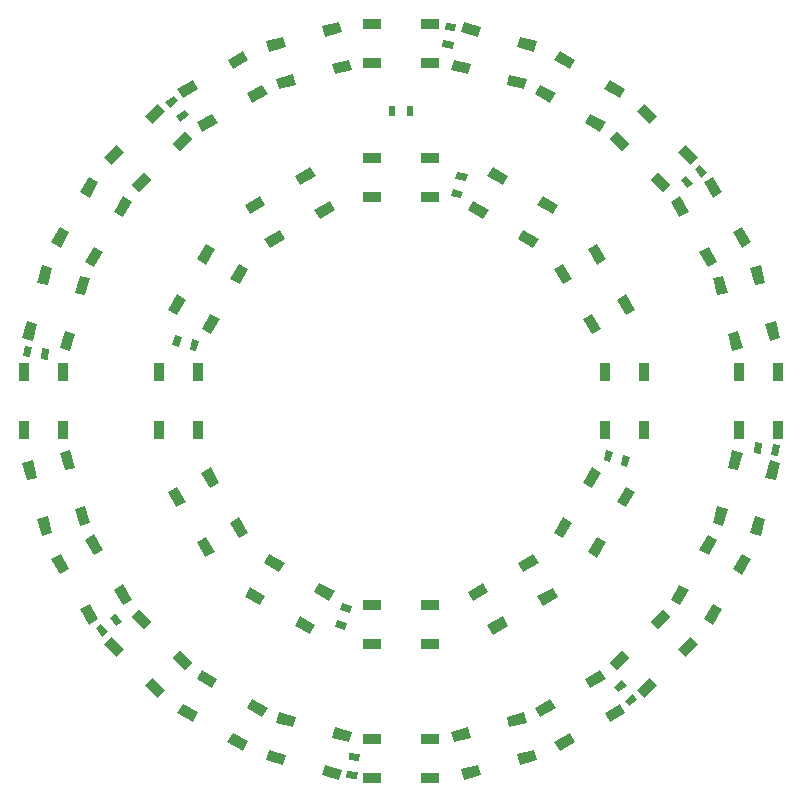
<source format=gbr>
G04 #@! TF.FileFunction,Paste,Bot*
%FSLAX46Y46*%
G04 Gerber Fmt 4.6, Leading zero omitted, Abs format (unit mm)*
G04 Created by KiCad (PCBNEW 4.0.7) date Tuesday, April 03, 2018 'AMt' 10:26:05 AM*
%MOMM*%
%LPD*%
G01*
G04 APERTURE LIST*
%ADD10C,0.100000*%
%ADD11R,0.599440X0.899160*%
%ADD12R,1.498600X0.899160*%
%ADD13R,0.899160X1.498600*%
G04 APERTURE END LIST*
D10*
G36*
X102565585Y-68477052D02*
X103457052Y-68594416D01*
X103378809Y-69188728D01*
X102487342Y-69071364D01*
X102565585Y-68477052D01*
X102565585Y-68477052D01*
G37*
G36*
X102761191Y-66991272D02*
X103652658Y-67108636D01*
X103574415Y-67702948D01*
X102682948Y-67585584D01*
X102761191Y-66991272D01*
X102761191Y-66991272D01*
G37*
G36*
X79937011Y-74900363D02*
X80650363Y-74352989D01*
X81015279Y-74828557D01*
X80301927Y-75375931D01*
X79937011Y-74900363D01*
X79937011Y-74900363D01*
G37*
G36*
X79024721Y-73711443D02*
X79738073Y-73164069D01*
X80102989Y-73639637D01*
X79389637Y-74187011D01*
X79024721Y-73711443D01*
X79024721Y-73711443D01*
G37*
G36*
X68477052Y-95434415D02*
X68594416Y-94542948D01*
X69188728Y-94621191D01*
X69071364Y-95512658D01*
X68477052Y-95434415D01*
X68477052Y-95434415D01*
G37*
G36*
X66991272Y-95238809D02*
X67108636Y-94347342D01*
X67702948Y-94425585D01*
X67585584Y-95317052D01*
X66991272Y-95238809D01*
X66991272Y-95238809D01*
G37*
G36*
X74870363Y-118062989D02*
X74322989Y-117349637D01*
X74798557Y-116984721D01*
X75345931Y-117698073D01*
X74870363Y-118062989D01*
X74870363Y-118062989D01*
G37*
G36*
X73681443Y-118975279D02*
X73134069Y-118261927D01*
X73609637Y-117897011D01*
X74157011Y-118610363D01*
X73681443Y-118975279D01*
X73681443Y-118975279D01*
G37*
G36*
X95424415Y-129532948D02*
X94532948Y-129415584D01*
X94611191Y-128821272D01*
X95502658Y-128938636D01*
X95424415Y-129532948D01*
X95424415Y-129532948D01*
G37*
G36*
X95228809Y-131018728D02*
X94337342Y-130901364D01*
X94415585Y-130307052D01*
X95307052Y-130424416D01*
X95228809Y-131018728D01*
X95228809Y-131018728D01*
G37*
G36*
X118072989Y-123119637D02*
X117359637Y-123667011D01*
X116994721Y-123191443D01*
X117708073Y-122644069D01*
X118072989Y-123119637D01*
X118072989Y-123119637D01*
G37*
G36*
X118985279Y-124308557D02*
X118271927Y-124855931D01*
X117907011Y-124380363D01*
X118620363Y-123832989D01*
X118985279Y-124308557D01*
X118985279Y-124308557D01*
G37*
G36*
X129542948Y-102575585D02*
X129425584Y-103467052D01*
X128831272Y-103388809D01*
X128948636Y-102497342D01*
X129542948Y-102575585D01*
X129542948Y-102575585D01*
G37*
G36*
X131028728Y-102771191D02*
X130911364Y-103662658D01*
X130317052Y-103584415D01*
X130434416Y-102692948D01*
X131028728Y-102771191D01*
X131028728Y-102771191D01*
G37*
G36*
X123119637Y-79937011D02*
X123667011Y-80650363D01*
X123191443Y-81015279D01*
X122644069Y-80301927D01*
X123119637Y-79937011D01*
X123119637Y-79937011D01*
G37*
G36*
X124308557Y-79024721D02*
X124855931Y-79738073D01*
X124380363Y-80102989D01*
X123832989Y-79389637D01*
X124308557Y-79024721D01*
X124308557Y-79024721D01*
G37*
G36*
X103349379Y-81047901D02*
X104217901Y-81280621D01*
X104062755Y-81859635D01*
X103194233Y-81626915D01*
X103349379Y-81047901D01*
X103349379Y-81047901D01*
G37*
G36*
X103737245Y-79600365D02*
X104605767Y-79833085D01*
X104450621Y-80412099D01*
X103582099Y-80179379D01*
X103737245Y-79600365D01*
X103737245Y-79600365D01*
G37*
G36*
X81067901Y-94660621D02*
X81300621Y-93792099D01*
X81879635Y-93947245D01*
X81646915Y-94815767D01*
X81067901Y-94660621D01*
X81067901Y-94660621D01*
G37*
G36*
X79620365Y-94272755D02*
X79853085Y-93404233D01*
X80432099Y-93559379D01*
X80199379Y-94427901D01*
X79620365Y-94272755D01*
X79620365Y-94272755D01*
G37*
G36*
X94660621Y-116942099D02*
X93792099Y-116709379D01*
X93947245Y-116130365D01*
X94815767Y-116363085D01*
X94660621Y-116942099D01*
X94660621Y-116942099D01*
G37*
G36*
X94272755Y-118389635D02*
X93404233Y-118156915D01*
X93559379Y-117577901D01*
X94427901Y-117810621D01*
X94272755Y-118389635D01*
X94272755Y-118389635D01*
G37*
G36*
X116932099Y-103339379D02*
X116699379Y-104207901D01*
X116120365Y-104052755D01*
X116353085Y-103184233D01*
X116932099Y-103339379D01*
X116932099Y-103339379D01*
G37*
G36*
X118379635Y-103727245D02*
X118146915Y-104595767D01*
X117567901Y-104440621D01*
X117800621Y-103572099D01*
X118379635Y-103727245D01*
X118379635Y-103727245D01*
G37*
D11*
X99749300Y-74500000D03*
X98250700Y-74500000D03*
D12*
X96551440Y-70378460D03*
X96551440Y-67081540D03*
X101448560Y-67081540D03*
X101448560Y-70378460D03*
D10*
G36*
X88389618Y-71757140D02*
X89837154Y-71369274D01*
X90069874Y-72237796D01*
X88622338Y-72625662D01*
X88389618Y-71757140D01*
X88389618Y-71757140D01*
G37*
G36*
X87536312Y-68572560D02*
X88983848Y-68184694D01*
X89216568Y-69053216D01*
X87769032Y-69441082D01*
X87536312Y-68572560D01*
X87536312Y-68572560D01*
G37*
G36*
X92266566Y-67305092D02*
X93714102Y-66917226D01*
X93946822Y-67785748D01*
X92499286Y-68173614D01*
X92266566Y-67305092D01*
X92266566Y-67305092D01*
G37*
G36*
X93119872Y-70489672D02*
X94567408Y-70101806D01*
X94800128Y-70970328D01*
X93352592Y-71358194D01*
X93119872Y-70489672D01*
X93119872Y-70489672D01*
G37*
G36*
X81700012Y-75427190D02*
X82997838Y-74677890D01*
X83447418Y-75456586D01*
X82149592Y-76205886D01*
X81700012Y-75427190D01*
X81700012Y-75427190D01*
G37*
G36*
X80051552Y-72571974D02*
X81349378Y-71822674D01*
X81798958Y-72601370D01*
X80501132Y-73350670D01*
X80051552Y-72571974D01*
X80051552Y-72571974D01*
G37*
G36*
X84292582Y-70123414D02*
X85590408Y-69374114D01*
X86039988Y-70152810D01*
X84742162Y-70902110D01*
X84292582Y-70123414D01*
X84292582Y-70123414D01*
G37*
G36*
X85941042Y-72978630D02*
X87238868Y-72229330D01*
X87688448Y-73008026D01*
X86390622Y-73757326D01*
X85941042Y-72978630D01*
X85941042Y-72978630D01*
G37*
G36*
X76186508Y-80708965D02*
X77246178Y-79649295D01*
X77881980Y-80285097D01*
X76822310Y-81344767D01*
X76186508Y-80708965D01*
X76186508Y-80708965D01*
G37*
G36*
X73855233Y-78377690D02*
X74914903Y-77318020D01*
X75550705Y-77953822D01*
X74491035Y-79013492D01*
X73855233Y-78377690D01*
X73855233Y-78377690D01*
G37*
G36*
X77318020Y-74914903D02*
X78377690Y-73855233D01*
X79013492Y-74491035D01*
X77953822Y-75550705D01*
X77318020Y-74914903D01*
X77318020Y-74914903D01*
G37*
G36*
X79649295Y-77246178D02*
X80708965Y-76186508D01*
X81344767Y-76822310D01*
X80285097Y-77881980D01*
X79649295Y-77246178D01*
X79649295Y-77246178D01*
G37*
G36*
X72229330Y-87238868D02*
X72978630Y-85941042D01*
X73757326Y-86390622D01*
X73008026Y-87688448D01*
X72229330Y-87238868D01*
X72229330Y-87238868D01*
G37*
G36*
X69374114Y-85590408D02*
X70123414Y-84292582D01*
X70902110Y-84742162D01*
X70152810Y-86039988D01*
X69374114Y-85590408D01*
X69374114Y-85590408D01*
G37*
G36*
X71822674Y-81349378D02*
X72571974Y-80051552D01*
X73350670Y-80501132D01*
X72601370Y-81798958D01*
X71822674Y-81349378D01*
X71822674Y-81349378D01*
G37*
G36*
X74677890Y-82997838D02*
X75427190Y-81700012D01*
X76205886Y-82149592D01*
X75456586Y-83447418D01*
X74677890Y-82997838D01*
X74677890Y-82997838D01*
G37*
G36*
X70100362Y-94569188D02*
X70488228Y-93121652D01*
X71356750Y-93354372D01*
X70968884Y-94801908D01*
X70100362Y-94569188D01*
X70100362Y-94569188D01*
G37*
G36*
X66915782Y-93715882D02*
X67303648Y-92268346D01*
X68172170Y-92501066D01*
X67784304Y-93948602D01*
X66915782Y-93715882D01*
X66915782Y-93715882D01*
G37*
G36*
X68183250Y-88985628D02*
X68571116Y-87538092D01*
X69439638Y-87770812D01*
X69051772Y-89218348D01*
X68183250Y-88985628D01*
X68183250Y-88985628D01*
G37*
G36*
X71367830Y-89838934D02*
X71755696Y-88391398D01*
X72624218Y-88624118D01*
X72236352Y-90071654D01*
X71367830Y-89838934D01*
X71367830Y-89838934D01*
G37*
D13*
X70388460Y-101448560D03*
X67091540Y-101448560D03*
X67091540Y-96551440D03*
X70388460Y-96551440D03*
D10*
G36*
X71755696Y-109608602D02*
X71367830Y-108161066D01*
X72236352Y-107928346D01*
X72624218Y-109375882D01*
X71755696Y-109608602D01*
X71755696Y-109608602D01*
G37*
G36*
X68571116Y-110461908D02*
X68183250Y-109014372D01*
X69051772Y-108781652D01*
X69439638Y-110229188D01*
X68571116Y-110461908D01*
X68571116Y-110461908D01*
G37*
G36*
X67303648Y-105731654D02*
X66915782Y-104284118D01*
X67784304Y-104051398D01*
X68172170Y-105498934D01*
X67303648Y-105731654D01*
X67303648Y-105731654D01*
G37*
G36*
X70488228Y-104878348D02*
X70100362Y-103430812D01*
X70968884Y-103198092D01*
X71356750Y-104645628D01*
X70488228Y-104878348D01*
X70488228Y-104878348D01*
G37*
G36*
X75427190Y-116289988D02*
X74677890Y-114992162D01*
X75456586Y-114542582D01*
X76205886Y-115840408D01*
X75427190Y-116289988D01*
X75427190Y-116289988D01*
G37*
G36*
X72571974Y-117938448D02*
X71822674Y-116640622D01*
X72601370Y-116191042D01*
X73350670Y-117488868D01*
X72571974Y-117938448D01*
X72571974Y-117938448D01*
G37*
G36*
X70123414Y-113697418D02*
X69374114Y-112399592D01*
X70152810Y-111950012D01*
X70902110Y-113247838D01*
X70123414Y-113697418D01*
X70123414Y-113697418D01*
G37*
G36*
X72978630Y-112048958D02*
X72229330Y-110751132D01*
X73008026Y-110301552D01*
X73757326Y-111599378D01*
X72978630Y-112048958D01*
X72978630Y-112048958D01*
G37*
G36*
X80708965Y-121803492D02*
X79649295Y-120743822D01*
X80285097Y-120108020D01*
X81344767Y-121167690D01*
X80708965Y-121803492D01*
X80708965Y-121803492D01*
G37*
G36*
X78377690Y-124134767D02*
X77318020Y-123075097D01*
X77953822Y-122439295D01*
X79013492Y-123498965D01*
X78377690Y-124134767D01*
X78377690Y-124134767D01*
G37*
G36*
X74914903Y-120671980D02*
X73855233Y-119612310D01*
X74491035Y-118976508D01*
X75550705Y-120036178D01*
X74914903Y-120671980D01*
X74914903Y-120671980D01*
G37*
G36*
X77246178Y-118340705D02*
X76186508Y-117281035D01*
X76822310Y-116645233D01*
X77881980Y-117704903D01*
X77246178Y-118340705D01*
X77246178Y-118340705D01*
G37*
G36*
X87228868Y-125760670D02*
X85931042Y-125011370D01*
X86380622Y-124232674D01*
X87678448Y-124981974D01*
X87228868Y-125760670D01*
X87228868Y-125760670D01*
G37*
G36*
X85580408Y-128615886D02*
X84282582Y-127866586D01*
X84732162Y-127087890D01*
X86029988Y-127837190D01*
X85580408Y-128615886D01*
X85580408Y-128615886D01*
G37*
G36*
X81339378Y-126167326D02*
X80041552Y-125418026D01*
X80491132Y-124639330D01*
X81788958Y-125388630D01*
X81339378Y-126167326D01*
X81339378Y-126167326D01*
G37*
G36*
X82987838Y-123312110D02*
X81690012Y-122562810D01*
X82139592Y-121784114D01*
X83437418Y-122533414D01*
X82987838Y-123312110D01*
X82987838Y-123312110D01*
G37*
G36*
X94569188Y-127899638D02*
X93121652Y-127511772D01*
X93354372Y-126643250D01*
X94801908Y-127031116D01*
X94569188Y-127899638D01*
X94569188Y-127899638D01*
G37*
G36*
X93715882Y-131084218D02*
X92268346Y-130696352D01*
X92501066Y-129827830D01*
X93948602Y-130215696D01*
X93715882Y-131084218D01*
X93715882Y-131084218D01*
G37*
G36*
X88985628Y-129816750D02*
X87538092Y-129428884D01*
X87770812Y-128560362D01*
X89218348Y-128948228D01*
X88985628Y-129816750D01*
X88985628Y-129816750D01*
G37*
G36*
X89838934Y-126632170D02*
X88391398Y-126244304D01*
X88624118Y-125375782D01*
X90071654Y-125763648D01*
X89838934Y-126632170D01*
X89838934Y-126632170D01*
G37*
D12*
X101448560Y-127601540D03*
X101448560Y-130898460D03*
X96551440Y-130898460D03*
X96551440Y-127601540D03*
D10*
G36*
X109608602Y-126240328D02*
X108161066Y-126628194D01*
X107928346Y-125759672D01*
X109375882Y-125371806D01*
X109608602Y-126240328D01*
X109608602Y-126240328D01*
G37*
G36*
X110461908Y-129424908D02*
X109014372Y-129812774D01*
X108781652Y-128944252D01*
X110229188Y-128556386D01*
X110461908Y-129424908D01*
X110461908Y-129424908D01*
G37*
G36*
X105731654Y-130692376D02*
X104284118Y-131080242D01*
X104051398Y-130211720D01*
X105498934Y-129823854D01*
X105731654Y-130692376D01*
X105731654Y-130692376D01*
G37*
G36*
X104878348Y-127507796D02*
X103430812Y-127895662D01*
X103198092Y-127027140D01*
X104645628Y-126639274D01*
X104878348Y-127507796D01*
X104878348Y-127507796D01*
G37*
G36*
X116309988Y-122572810D02*
X115012162Y-123322110D01*
X114562582Y-122543414D01*
X115860408Y-121794114D01*
X116309988Y-122572810D01*
X116309988Y-122572810D01*
G37*
G36*
X117958448Y-125428026D02*
X116660622Y-126177326D01*
X116211042Y-125398630D01*
X117508868Y-124649330D01*
X117958448Y-125428026D01*
X117958448Y-125428026D01*
G37*
G36*
X113717418Y-127876586D02*
X112419592Y-128625886D01*
X111970012Y-127847190D01*
X113267838Y-127097890D01*
X113717418Y-127876586D01*
X113717418Y-127876586D01*
G37*
G36*
X112068958Y-125021370D02*
X110771132Y-125770670D01*
X110321552Y-124991974D01*
X111619378Y-124242674D01*
X112068958Y-125021370D01*
X112068958Y-125021370D01*
G37*
G36*
X121803492Y-117281035D02*
X120743822Y-118340705D01*
X120108020Y-117704903D01*
X121167690Y-116645233D01*
X121803492Y-117281035D01*
X121803492Y-117281035D01*
G37*
G36*
X124134767Y-119612310D02*
X123075097Y-120671980D01*
X122439295Y-120036178D01*
X123498965Y-118976508D01*
X124134767Y-119612310D01*
X124134767Y-119612310D01*
G37*
G36*
X120671980Y-123075097D02*
X119612310Y-124134767D01*
X118976508Y-123498965D01*
X120036178Y-122439295D01*
X120671980Y-123075097D01*
X120671980Y-123075097D01*
G37*
G36*
X118340705Y-120743822D02*
X117281035Y-121803492D01*
X116645233Y-121167690D01*
X117704903Y-120108020D01*
X118340705Y-120743822D01*
X118340705Y-120743822D01*
G37*
G36*
X125770670Y-110771132D02*
X125021370Y-112068958D01*
X124242674Y-111619378D01*
X124991974Y-110321552D01*
X125770670Y-110771132D01*
X125770670Y-110771132D01*
G37*
G36*
X128625886Y-112419592D02*
X127876586Y-113717418D01*
X127097890Y-113267838D01*
X127847190Y-111970012D01*
X128625886Y-112419592D01*
X128625886Y-112419592D01*
G37*
G36*
X126177326Y-116660622D02*
X125428026Y-117958448D01*
X124649330Y-117508868D01*
X125398630Y-116211042D01*
X126177326Y-116660622D01*
X126177326Y-116660622D01*
G37*
G36*
X123322110Y-115012162D02*
X122572810Y-116309988D01*
X121794114Y-115860408D01*
X122543414Y-114562582D01*
X123322110Y-115012162D01*
X123322110Y-115012162D01*
G37*
G36*
X127899638Y-103430812D02*
X127511772Y-104878348D01*
X126643250Y-104645628D01*
X127031116Y-103198092D01*
X127899638Y-103430812D01*
X127899638Y-103430812D01*
G37*
G36*
X131084218Y-104284118D02*
X130696352Y-105731654D01*
X129827830Y-105498934D01*
X130215696Y-104051398D01*
X131084218Y-104284118D01*
X131084218Y-104284118D01*
G37*
G36*
X129816750Y-109014372D02*
X129428884Y-110461908D01*
X128560362Y-110229188D01*
X128948228Y-108781652D01*
X129816750Y-109014372D01*
X129816750Y-109014372D01*
G37*
G36*
X126632170Y-108161066D02*
X126244304Y-109608602D01*
X125375782Y-109375882D01*
X125763648Y-107928346D01*
X126632170Y-108161066D01*
X126632170Y-108161066D01*
G37*
D13*
X127611540Y-96551440D03*
X130908460Y-96551440D03*
X130908460Y-101448560D03*
X127611540Y-101448560D03*
D10*
G36*
X126244304Y-88391398D02*
X126632170Y-89838934D01*
X125763648Y-90071654D01*
X125375782Y-88624118D01*
X126244304Y-88391398D01*
X126244304Y-88391398D01*
G37*
G36*
X129428884Y-87538092D02*
X129816750Y-88985628D01*
X128948228Y-89218348D01*
X128560362Y-87770812D01*
X129428884Y-87538092D01*
X129428884Y-87538092D01*
G37*
G36*
X130696352Y-92268346D02*
X131084218Y-93715882D01*
X130215696Y-93948602D01*
X129827830Y-92501066D01*
X130696352Y-92268346D01*
X130696352Y-92268346D01*
G37*
G36*
X127511772Y-93121652D02*
X127899638Y-94569188D01*
X127031116Y-94801908D01*
X126643250Y-93354372D01*
X127511772Y-93121652D01*
X127511772Y-93121652D01*
G37*
G36*
X122572810Y-81700012D02*
X123322110Y-82997838D01*
X122543414Y-83447418D01*
X121794114Y-82149592D01*
X122572810Y-81700012D01*
X122572810Y-81700012D01*
G37*
G36*
X125428026Y-80051552D02*
X126177326Y-81349378D01*
X125398630Y-81798958D01*
X124649330Y-80501132D01*
X125428026Y-80051552D01*
X125428026Y-80051552D01*
G37*
G36*
X127876586Y-84292582D02*
X128625886Y-85590408D01*
X127847190Y-86039988D01*
X127097890Y-84742162D01*
X127876586Y-84292582D01*
X127876586Y-84292582D01*
G37*
G36*
X125021370Y-85941042D02*
X125770670Y-87238868D01*
X124991974Y-87688448D01*
X124242674Y-86390622D01*
X125021370Y-85941042D01*
X125021370Y-85941042D01*
G37*
G36*
X117288066Y-76186508D02*
X118347736Y-77246178D01*
X117711934Y-77881980D01*
X116652264Y-76822310D01*
X117288066Y-76186508D01*
X117288066Y-76186508D01*
G37*
G36*
X119619341Y-73855233D02*
X120679011Y-74914903D01*
X120043209Y-75550705D01*
X118983539Y-74491035D01*
X119619341Y-73855233D01*
X119619341Y-73855233D01*
G37*
G36*
X123082128Y-77318020D02*
X124141798Y-78377690D01*
X123505996Y-79013492D01*
X122446326Y-77953822D01*
X123082128Y-77318020D01*
X123082128Y-77318020D01*
G37*
G36*
X120750853Y-79649295D02*
X121810523Y-80708965D01*
X121174721Y-81344767D01*
X120115051Y-80285097D01*
X120750853Y-79649295D01*
X120750853Y-79649295D01*
G37*
G36*
X110761132Y-72229330D02*
X112058958Y-72978630D01*
X111609378Y-73757326D01*
X110311552Y-73008026D01*
X110761132Y-72229330D01*
X110761132Y-72229330D01*
G37*
G36*
X112409592Y-69374114D02*
X113707418Y-70123414D01*
X113257838Y-70902110D01*
X111960012Y-70152810D01*
X112409592Y-69374114D01*
X112409592Y-69374114D01*
G37*
G36*
X116650622Y-71822674D02*
X117948448Y-72571974D01*
X117498868Y-73350670D01*
X116201042Y-72601370D01*
X116650622Y-71822674D01*
X116650622Y-71822674D01*
G37*
G36*
X115002162Y-74677890D02*
X116299988Y-75427190D01*
X115850408Y-76205886D01*
X114552582Y-75456586D01*
X115002162Y-74677890D01*
X115002162Y-74677890D01*
G37*
G36*
X103430812Y-70106386D02*
X104878348Y-70494252D01*
X104645628Y-71362774D01*
X103198092Y-70974908D01*
X103430812Y-70106386D01*
X103430812Y-70106386D01*
G37*
G36*
X104284118Y-66921806D02*
X105731654Y-67309672D01*
X105498934Y-68178194D01*
X104051398Y-67790328D01*
X104284118Y-66921806D01*
X104284118Y-66921806D01*
G37*
G36*
X109014372Y-68189274D02*
X110461908Y-68577140D01*
X110229188Y-69445662D01*
X108781652Y-69057796D01*
X109014372Y-68189274D01*
X109014372Y-68189274D01*
G37*
G36*
X108161066Y-71373854D02*
X109608602Y-71761720D01*
X109375882Y-72630242D01*
X107928346Y-72242376D01*
X108161066Y-71373854D01*
X108161066Y-71373854D01*
G37*
D12*
X96551440Y-81750000D03*
X96551440Y-78453080D03*
X101448560Y-78453080D03*
X101448560Y-81750000D03*
D10*
G36*
X87396297Y-85275302D02*
X88694123Y-84526002D01*
X89143703Y-85304698D01*
X87845877Y-86053998D01*
X87396297Y-85275302D01*
X87396297Y-85275302D01*
G37*
G36*
X85747837Y-82420086D02*
X87045663Y-81670786D01*
X87495243Y-82449482D01*
X86197417Y-83198782D01*
X85747837Y-82420086D01*
X85747837Y-82420086D01*
G37*
G36*
X89988867Y-79971526D02*
X91286693Y-79222226D01*
X91736273Y-80000922D01*
X90438447Y-80750222D01*
X89988867Y-79971526D01*
X89988867Y-79971526D01*
G37*
G36*
X91637327Y-82826742D02*
X92935153Y-82077442D01*
X93384733Y-82856138D01*
X92086907Y-83605438D01*
X91637327Y-82826742D01*
X91637327Y-82826742D01*
G37*
G36*
X82086002Y-92924123D02*
X82835302Y-91626297D01*
X83613998Y-92075877D01*
X82864698Y-93373703D01*
X82086002Y-92924123D01*
X82086002Y-92924123D01*
G37*
G36*
X79230786Y-91275663D02*
X79980086Y-89977837D01*
X80758782Y-90427417D01*
X80009482Y-91725243D01*
X79230786Y-91275663D01*
X79230786Y-91275663D01*
G37*
G36*
X81679346Y-87034633D02*
X82428646Y-85736807D01*
X83207342Y-86186387D01*
X82458042Y-87484213D01*
X81679346Y-87034633D01*
X81679346Y-87034633D01*
G37*
G36*
X84534562Y-88683093D02*
X85283862Y-87385267D01*
X86062558Y-87834847D01*
X85313258Y-89132673D01*
X84534562Y-88683093D01*
X84534562Y-88683093D01*
G37*
D13*
X81760000Y-101450000D03*
X78463080Y-101450000D03*
X78463080Y-96552880D03*
X81760000Y-96552880D03*
D10*
G36*
X85267190Y-110614733D02*
X84517890Y-109316907D01*
X85296586Y-108867327D01*
X86045886Y-110165153D01*
X85267190Y-110614733D01*
X85267190Y-110614733D01*
G37*
G36*
X82411974Y-112263193D02*
X81662674Y-110965367D01*
X82441370Y-110515787D01*
X83190670Y-111813613D01*
X82411974Y-112263193D01*
X82411974Y-112263193D01*
G37*
G36*
X79963414Y-108022163D02*
X79214114Y-106724337D01*
X79992810Y-106274757D01*
X80742110Y-107572583D01*
X79963414Y-108022163D01*
X79963414Y-108022163D01*
G37*
G36*
X82818630Y-106373703D02*
X82069330Y-105075877D01*
X82848026Y-104626297D01*
X83597326Y-105924123D01*
X82818630Y-106373703D01*
X82818630Y-106373703D01*
G37*
G36*
X92918868Y-115920670D02*
X91621042Y-115171370D01*
X92070622Y-114392674D01*
X93368448Y-115141974D01*
X92918868Y-115920670D01*
X92918868Y-115920670D01*
G37*
G36*
X91270408Y-118775886D02*
X89972582Y-118026586D01*
X90422162Y-117247890D01*
X91719988Y-117997190D01*
X91270408Y-118775886D01*
X91270408Y-118775886D01*
G37*
G36*
X87029378Y-116327326D02*
X85731552Y-115578026D01*
X86181132Y-114799330D01*
X87478958Y-115548630D01*
X87029378Y-116327326D01*
X87029378Y-116327326D01*
G37*
G36*
X88677838Y-113472110D02*
X87380012Y-112722810D01*
X87829592Y-111944114D01*
X89127418Y-112693414D01*
X88677838Y-113472110D01*
X88677838Y-113472110D01*
G37*
D12*
X101448560Y-116251540D03*
X101448560Y-119548460D03*
X96551440Y-119548460D03*
X96551440Y-116251540D03*
D10*
G36*
X110619988Y-112732810D02*
X109322162Y-113482110D01*
X108872582Y-112703414D01*
X110170408Y-111954114D01*
X110619988Y-112732810D01*
X110619988Y-112732810D01*
G37*
G36*
X112268448Y-115588026D02*
X110970622Y-116337326D01*
X110521042Y-115558630D01*
X111818868Y-114809330D01*
X112268448Y-115588026D01*
X112268448Y-115588026D01*
G37*
G36*
X108027418Y-118036586D02*
X106729592Y-118785886D01*
X106280012Y-118007190D01*
X107577838Y-117257890D01*
X108027418Y-118036586D01*
X108027418Y-118036586D01*
G37*
G36*
X106378958Y-115181370D02*
X105081132Y-115930670D01*
X104631552Y-115151974D01*
X105929378Y-114402674D01*
X106378958Y-115181370D01*
X106378958Y-115181370D01*
G37*
G36*
X115930670Y-105081132D02*
X115181370Y-106378958D01*
X114402674Y-105929378D01*
X115151974Y-104631552D01*
X115930670Y-105081132D01*
X115930670Y-105081132D01*
G37*
G36*
X118785886Y-106729592D02*
X118036586Y-108027418D01*
X117257890Y-107577838D01*
X118007190Y-106280012D01*
X118785886Y-106729592D01*
X118785886Y-106729592D01*
G37*
G36*
X116337326Y-110970622D02*
X115588026Y-112268448D01*
X114809330Y-111818868D01*
X115558630Y-110521042D01*
X116337326Y-110970622D01*
X116337326Y-110970622D01*
G37*
G36*
X113482110Y-109322162D02*
X112732810Y-110619988D01*
X111954114Y-110170408D01*
X112703414Y-108872582D01*
X113482110Y-109322162D01*
X113482110Y-109322162D01*
G37*
D13*
X116250000Y-96551440D03*
X119546920Y-96551440D03*
X119546920Y-101448560D03*
X116250000Y-101448560D03*
D10*
G36*
X112732810Y-87380012D02*
X113482110Y-88677838D01*
X112703414Y-89127418D01*
X111954114Y-87829592D01*
X112732810Y-87380012D01*
X112732810Y-87380012D01*
G37*
G36*
X115588026Y-85731552D02*
X116337326Y-87029378D01*
X115558630Y-87478958D01*
X114809330Y-86181132D01*
X115588026Y-85731552D01*
X115588026Y-85731552D01*
G37*
G36*
X118036586Y-89972582D02*
X118785886Y-91270408D01*
X118007190Y-91719988D01*
X117257890Y-90422162D01*
X118036586Y-89972582D01*
X118036586Y-89972582D01*
G37*
G36*
X115181370Y-91621042D02*
X115930670Y-92918868D01*
X115151974Y-93368448D01*
X114402674Y-92070622D01*
X115181370Y-91621042D01*
X115181370Y-91621042D01*
G37*
G36*
X105091132Y-82069330D02*
X106388958Y-82818630D01*
X105939378Y-83597326D01*
X104641552Y-82848026D01*
X105091132Y-82069330D01*
X105091132Y-82069330D01*
G37*
G36*
X106739592Y-79214114D02*
X108037418Y-79963414D01*
X107587838Y-80742110D01*
X106290012Y-79992810D01*
X106739592Y-79214114D01*
X106739592Y-79214114D01*
G37*
G36*
X110980622Y-81662674D02*
X112278448Y-82411974D01*
X111828868Y-83190670D01*
X110531042Y-82441370D01*
X110980622Y-81662674D01*
X110980622Y-81662674D01*
G37*
G36*
X109332162Y-84517890D02*
X110629988Y-85267190D01*
X110180408Y-86045886D01*
X108882582Y-85296586D01*
X109332162Y-84517890D01*
X109332162Y-84517890D01*
G37*
M02*

</source>
